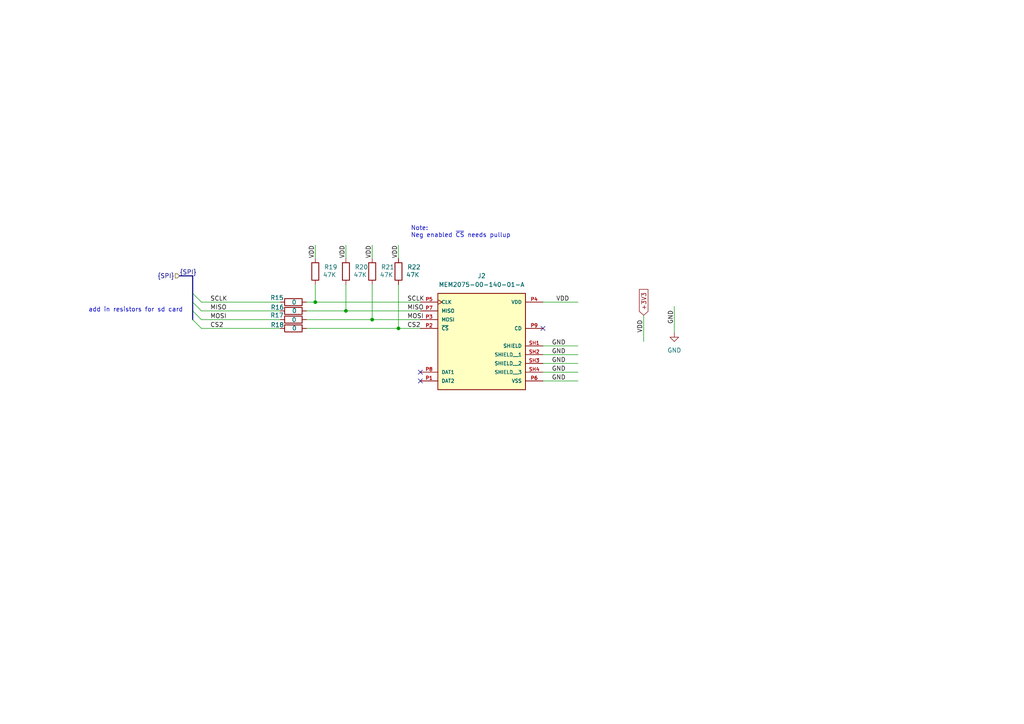
<source format=kicad_sch>
(kicad_sch (version 20231120) (generator "eeschema") (generator_version "8.0")
  (paper "A4")
  (lib_symbols
    (symbol "Device:R" (pin_numbers hide) (pin_names (offset 0))
      (property "Reference" "R" (at 2.032 0 90))
      (property "Value" "R" (at 0 0 90))
      (symbol "R_0_1"
        (rectangle (start -1.016 -2.54) (end 1.016 2.54) (stroke (width 0.254)))
      )
      (symbol "R_1_1"
        (pin passive line (at 0 3.81 270) (length 1.27) (name "~") (number "1"))
        (pin passive line (at 0 -3.81 90) (length 1.27) (name "~") (number "2"))
      )
    )
    (symbol "digi_clock_sym:MEM2075-00-140-01-A" (pin_names (offset 1.016))
      (property "Reference" "J" (at -12.7 10.795 0))
      (property "Value" "MEM2075-00-140-01-A" (at -12.7 -20.32 0))
      (symbol "MEM2075-00-140-01-A_0_0"
        (rectangle (start -12.7 -17.78) (end 12.7 10.16) (stroke (width 0.254)) (fill (type background)))
        (pin bidirectional line (at -17.78 -15.24 0) (length 5.08) (name "DAT2") (number "P1"))
        (pin power_in line (at 17.78 7.62 180) (length 5.08) (name "VDD") (number "P4"))
        (pin bidirectional clock (at -17.78 7.62 0) (length 5.08) (name "CLK") (number "P5"))
        (pin power_in line (at 17.78 -15.24 180) (length 5.08) (name "VSS") (number "P6"))
        (pin bidirectional line (at -17.78 -12.7 0) (length 5.08) (name "DAT1") (number "P8"))
        (pin passive line (at 17.78 0 180) (length 5.08) (name "CD") (number "P9"))
        (pin power_in line (at 17.78 -5.08 180) (length 5.08) (name "SHIELD") (number "SH1"))
        (pin power_in line (at 17.78 -7.62 180) (length 5.08) (name "SHIELD__1") (number "SH2"))
        (pin power_in line (at 17.78 -10.16 180) (length 5.08) (name "SHIELD__2") (number "SH3"))
        (pin power_in line (at 17.78 -12.7 180) (length 5.08) (name "SHIELD__3") (number "SH4"))
      )
      (symbol "MEM2075-00-140-01-A_1_0"
        (pin bidirectional line (at -17.78 0 0) (length 5.08) (name "~{CS}") (number "P2"))
        (pin bidirectional line (at -17.78 2.54 0) (length 5.08) (name "MOSI") (number "P3"))
        (pin bidirectional line (at -17.78 5.08 0) (length 5.08) (name "MISO") (number "P7"))
      )
    )
    (symbol "power:GND" (power) (pin_numbers hide) (pin_names (offset 0) hide)
      (property "Value" "GND" (at 0 -5.08 0))
      (symbol "GND_0_1"
        (polyline (pts (xy 0 0) (xy 0 -1.27) (xy 1.27 -1.27) (xy 0 -2.54) (xy -1.27 -1.27) (xy 0 -1.27)))
      )
      (symbol "GND_1_1"
        (pin power_in line (at 0 0 270) (length 0) (name "~") (number "1"))
      )
    )
  )
  (junction (at 100.33 90.17))
  (junction (at 107.95 92.71))
  (junction (at 91.44 87.63))
  (junction (at 115.57 95.25))
  (no_connect (at 121.92 110.49))
  (no_connect (at 121.92 107.95))
  (no_connect (at 157.48 95.25))
  (bus_entry (at 55.88 85.09) (size 2.54 2.54))
  (bus_entry (at 55.88 90.17) (size 2.54 2.54))
  (bus_entry (at 55.88 92.71) (size 2.54 2.54))
  (bus_entry (at 55.88 87.63) (size 2.54 2.54))
  (wire (pts (xy 88.9 90.17) (xy 100.33 90.17)))
  (wire (pts (xy 88.9 87.63) (xy 91.44 87.63)))
  (wire (pts (xy 100.33 71.12) (xy 100.33 74.93)))
  (wire (pts (xy 88.9 92.71) (xy 107.95 92.71)))
  (wire (pts (xy 91.44 87.63) (xy 121.92 87.63)))
  (bus (pts (xy 55.88 85.09) (xy 55.88 87.63)))
  (bus (pts (xy 55.88 80.01) (xy 55.88 85.09)))
  (wire (pts (xy 91.44 82.55) (xy 91.44 87.63)))
  (wire (pts (xy 195.58 88.9) (xy 195.58 96.52)))
  (wire (pts (xy 58.42 87.63) (xy 81.28 87.63)))
  (wire (pts (xy 100.33 82.55) (xy 100.33 90.17)))
  (wire (pts (xy 167.64 102.87) (xy 157.48 102.87)))
  (wire (pts (xy 167.64 110.49) (xy 157.48 110.49)))
  (bus (pts (xy 55.88 90.17) (xy 55.88 92.71)))
  (wire (pts (xy 115.57 82.55) (xy 115.57 95.25)))
  (wire (pts (xy 167.64 105.41) (xy 157.48 105.41)))
  (wire (pts (xy 58.42 90.17) (xy 81.28 90.17)))
  (wire (pts (xy 107.95 71.12) (xy 107.95 74.93)))
  (wire (pts (xy 186.69 91.44) (xy 186.69 99.06)))
  (wire (pts (xy 88.9 95.25) (xy 115.57 95.25)))
  (wire (pts (xy 58.42 92.71) (xy 81.28 92.71)))
  (bus (pts (xy 55.88 80.01) (xy 52.07 80.01)))
  (wire (pts (xy 115.57 71.12) (xy 115.57 74.93)))
  (wire (pts (xy 91.44 71.12) (xy 91.44 74.93)))
  (bus (pts (xy 55.88 87.63) (xy 55.88 90.17)))
  (wire (pts (xy 107.95 82.55) (xy 107.95 92.71)))
  (wire (pts (xy 115.57 95.25) (xy 121.92 95.25)))
  (wire (pts (xy 107.95 92.71) (xy 121.92 92.71)))
  (wire (pts (xy 167.64 107.95) (xy 157.48 107.95)))
  (wire (pts (xy 58.42 95.25) (xy 81.28 95.25)))
  (wire (pts (xy 167.64 100.33) (xy 157.48 100.33)))
  (wire (pts (xy 157.48 87.63) (xy 167.64 87.63)))
  (wire (pts (xy 100.33 90.17) (xy 121.92 90.17)))
  (text "add in resistors for sd card" (at 39.37 89.916 0) (effects (font (size 1.27 1.27))))
  (text "Note:\nNeg enabled ~{CS} needs pullup" (at 119.126 67.31 0) (effects (font (size 1.27 1.27)) (justify left)))
  (label "VDD" (at 107.95 74.93 90))
  (label "VDD" (at 161.29 87.63 0))
  (label "GND" (at 160.02 107.95 0))
  (label "MOSI" (at 60.96 92.71 0))
  (label "VDD" (at 100.33 74.93 90))
  (label "GND" (at 195.58 93.98 90))
  (label "GND" (at 160.02 110.49 0))
  (label "VDD" (at 186.69 96.52 90))
  (label "SCLK" (at 118.11 87.63 0))
  (label "GND" (at 160.02 102.87 0))
  (label "GND" (at 160.02 100.33 0))
  (label "MISO" (at 60.96 90.17 0))
  (label "MISO" (at 118.11 90.17 0))
  (label "{SPI}" (at 52.07 80.01 0))
  (label "SCLK" (at 60.96 87.63 0))
  (label "VDD" (at 91.44 74.93 90))
  (label "GND" (at 160.02 105.41 0))
  (label "MOSI" (at 118.11 92.71 0))
  (label "VDD" (at 115.57 74.93 90))
  (label "CS2" (at 118.11 95.25 0))
  (label "CS2" (at 60.96 95.25 0))
  (global_label "+3V3" (shape input) (at 186.69 91.44 90) (property "Intersheetrefs" "${INTERSHEET_REFS}" (effects (hide yes))))
  (hierarchical_label "{SPI}" (shape input) (at 52.07 80.01 180))
  (symbol (lib_id "Device:R") (at 85.09 95.25 90) (unit 1)
    (property "Reference" "R18" (at 78.486 94.234 90) (effects (justify right)))
    (property "Value" "0" (at 86.106 94.488 90) (effects (justify left bottom)))
    (property "Footprint" "Library:0603-NO" (effects (hide yes)))
    (property "Datasheet" "https://www.yageo.com/upload/media/product/products/datasheet/rchip/PYu-RC_Group_51_RoHS_L_12.pdf" (effects (hide yes)))
    (property "Description" "0 Ohms Jumper Chip Resistor 0603 (1608 Metric) Moisture Resistant Thick Film" (effects (hide yes)))
    (property "Mfr" "YAGEO" (effects (hide yes)))
    (property "Mfr P/N" "RC0603JR-070RL" (effects (hide yes)))
    (property "Supplier_1" "Digikey" (effects (hide yes)))
    (property "Supplier_1 P/N" "311-0.0GRTR-ND" (effects (hide yes)))
    (property "Supplier_1 Unit Price" "0.10" (effects (hide yes)))
    (property "Supplier_1 Price @ Qty" "0.10" (effects (hide yes)))
  )
  (symbol (lib_id "Device:R") (at 100.33 78.74 0) (unit 1)
    (property "Reference" "R20" (at 102.87 77.4699 0) (effects (justify left)))
    (property "Value" "47K" (at 106.426 78.994 0) (effects (justify right top)))
    (property "Footprint" "Library:0603-NO" (effects (hide yes)))
    (property "Datasheet" "https://www.bourns.com/docs/product-datasheets/cr.pdf?sfvrsn=574d41f6_14" (effects (hide yes)))
    (property "Description" "47 kOhms ±1% 0.1W, 1/10W Chip Resistor 0603 (1608 Metric) Moisture Resistant Thick Film" (effects (hide yes)))
    (property "Mfr" "Bourns Inc." (effects (hide yes)))
    (property "Mfr P/N" "CR0603-FX-4702ELF" (effects (hide yes)))
    (property "Supplier_1" "Digikey" (effects (hide yes)))
    (property "Supplier_1 P/N" "CR0603-FX-4702ELFTR-ND" (effects (hide yes)))
    (property "Supplier_1 Unit Price" "0.10" (effects (hide yes)))
    (property "Supplier_1 Price @ Qty" "0.0170" (effects (hide yes)))
  )
  (symbol (lib_id "digi_clock_sym:MEM2075-00-140-01-A") (at 139.7 95.25 0) (unit 1)
    (property "Reference" "J2" (at 139.7 80.01 0))
    (property "Value" "MEM2075-00-140-01-A" (at 139.7 82.55 0))
    (property "Footprint" "Library:GCT_MEM2075-00-140-01-A" (effects (hide yes)))
    (property "Datasheet" "https://gct.co/files/specs/mem2075-spec.pdf" (effects (hide yes)))
    (property "Description" "9 (8 + 1) Position Card Connector Secure Digital - microSD™ Surface Mount, Right Angle Gold" (effects (hide yes)))
    (property "PARTREV" "A" (effects (hide yes)))
    (property "STANDARD" "Manufacturer recommendations" (effects (hide yes)))
    (property "MANUFACTURER" "GCT" (effects (hide yes)))
    (property "Mft P/N" "MEM2075-00-140-01-A" (effects (hide yes)))
    (property "Supplier 1" "Digikey" (effects (hide yes)))
    (property "Supplier 1 P/N" "2073-MEM2075-00-140-01-ATR-ND" (effects (hide yes)))
    (property "Unit Price" "2.44000" (effects (hide yes)))
    (property "Price @ Qty" "2.44000" (effects (hide yes)))
  )
  (symbol (lib_id "Device:R") (at 85.09 87.63 90) (unit 1)
    (property "Reference" "R15" (at 82.296 86.36 90) (effects (justify left)))
    (property "Value" "0" (at 84.582 88.392 90) (effects (justify right top)))
    (property "Footprint" "Library:0603-NO" (effects (hide yes)))
    (property "Datasheet" "https://www.yageo.com/upload/media/product/products/datasheet/rchip/PYu-RC_Group_51_RoHS_L_12.pdf" (effects (hide yes)))
    (property "Description" "0 Ohms Jumper Chip Resistor 0603 (1608 Metric) Moisture Resistant Thick Film" (effects (hide yes)))
    (property "Mfr" "YAGEO" (effects (hide yes)))
    (property "Mfr P/N" "RC0603JR-070RL" (effects (hide yes)))
    (property "Supplier_1" "Digikey" (effects (hide yes)))
    (property "Supplier_1 P/N" "311-0.0GRTR-ND" (effects (hide yes)))
    (property "Supplier_1 Unit Price" "0.10" (effects (hide yes)))
    (property "Supplier_1 Price @ Qty" "0.10" (effects (hide yes)))
  )
  (symbol (lib_id "Device:R") (at 85.09 90.17 90) (unit 1)
    (property "Reference" "R16" (at 78.486 89.154 90) (effects (justify right)))
    (property "Value" "0" (at 86.106 89.408 90) (effects (justify left bottom)))
    (property "Footprint" "Library:0603-NO" (effects (hide yes)))
    (property "Datasheet" "https://www.yageo.com/upload/media/product/products/datasheet/rchip/PYu-RC_Group_51_RoHS_L_12.pdf" (effects (hide yes)))
    (property "Description" "0 Ohms Jumper Chip Resistor 0603 (1608 Metric) Moisture Resistant Thick Film" (effects (hide yes)))
    (property "Mfr" "YAGEO" (effects (hide yes)))
    (property "Mfr P/N" "RC0603JR-070RL" (effects (hide yes)))
    (property "Supplier_1" "Digikey" (effects (hide yes)))
    (property "Supplier_1 P/N" "311-0.0GRTR-ND" (effects (hide yes)))
    (property "Supplier_1 Unit Price" "0.10" (effects (hide yes)))
    (property "Supplier_1 Price @ Qty" "0.10" (effects (hide yes)))
  )
  (symbol (lib_id "Device:R") (at 85.09 92.71 90) (unit 1)
    (property "Reference" "R17" (at 82.296 91.44 90) (effects (justify left)))
    (property "Value" "0" (at 84.582 93.472 90) (effects (justify right top)))
    (property "Footprint" "Library:0603-NO" (effects (hide yes)))
    (property "Datasheet" "https://www.yageo.com/upload/media/product/products/datasheet/rchip/PYu-RC_Group_51_RoHS_L_12.pdf" (effects (hide yes)))
    (property "Description" "0 Ohms Jumper Chip Resistor 0603 (1608 Metric) Moisture Resistant Thick Film" (effects (hide yes)))
    (property "Mfr" "YAGEO" (effects (hide yes)))
    (property "Mfr P/N" "RC0603JR-070RL" (effects (hide yes)))
    (property "Supplier_1" "Digikey" (effects (hide yes)))
    (property "Supplier_1 P/N" "311-0.0GRTR-ND" (effects (hide yes)))
    (property "Supplier_1 Unit Price" "0.10" (effects (hide yes)))
    (property "Supplier_1 Price @ Qty" "0.10" (effects (hide yes)))
  )
  (symbol (lib_id "power:GND") (at 195.58 96.52 0) (unit 1)
    (property "Reference" "#PWR050" (effects (hide yes)))
    (property "Value" "GND" (at 195.58 101.6 0))
    (property "Description" "Power symbol creates a global label with name \"GND\" , ground" (effects (hide yes)))
  )
  (symbol (lib_id "Device:R") (at 91.44 78.74 0) (unit 1)
    (property "Reference" "R19" (at 93.98 77.4699 0) (effects (justify left)))
    (property "Value" "47K" (at 97.536 78.994 0) (effects (justify right top)))
    (property "Footprint" "Library:0603-NO" (effects (hide yes)))
    (property "Datasheet" "https://www.bourns.com/docs/product-datasheets/cr.pdf?sfvrsn=574d41f6_14" (effects (hide yes)))
    (property "Description" "47 kOhms ±1% 0.1W, 1/10W Chip Resistor 0603 (1608 Metric) Moisture Resistant Thick Film" (effects (hide yes)))
    (property "Mfr" "Bourns Inc." (effects (hide yes)))
    (property "Mfr P/N" "CR0603-FX-4702ELF" (effects (hide yes)))
    (property "Supplier_1" "Digikey" (effects (hide yes)))
    (property "Supplier_1 P/N" "CR0603-FX-4702ELFTR-ND" (effects (hide yes)))
    (property "Supplier_1 Unit Price" "0.10" (effects (hide yes)))
    (property "Supplier_1 Price @ Qty" "0.0170" (effects (hide yes)))
  )
  (symbol (lib_id "Device:R") (at 115.57 78.74 0) (unit 1)
    (property "Reference" "R22" (at 118.11 77.4699 0) (effects (justify left)))
    (property "Value" "47K" (at 121.666 78.994 0) (effects (justify right top)))
    (property "Footprint" "Library:0603-NO" (effects (hide yes)))
    (property "Datasheet" "https://www.bourns.com/docs/product-datasheets/cr.pdf?sfvrsn=574d41f6_14" (effects (hide yes)))
    (property "Description" "47 kOhms ±1% 0.1W, 1/10W Chip Resistor 0603 (1608 Metric) Moisture Resistant Thick Film" (effects (hide yes)))
    (property "Mfr" "Bourns Inc." (effects (hide yes)))
    (property "Mfr P/N" "CR0603-FX-4702ELF" (effects (hide yes)))
    (property "Supplier_1" "Digikey" (effects (hide yes)))
    (property "Supplier_1 P/N" "CR0603-FX-4702ELFTR-ND" (effects (hide yes)))
    (property "Supplier_1 Unit Price" "0.10" (effects (hide yes)))
    (property "Supplier_1 Price @ Qty" "0.0170" (effects (hide yes)))
  )
  (symbol (lib_id "Device:R") (at 107.95 78.74 0) (unit 1)
    (property "Reference" "R21" (at 110.49 77.4699 0) (effects (justify left)))
    (property "Value" "47K" (at 114.046 78.994 0) (effects (justify right top)))
    (property "Footprint" "Library:0603-NO" (effects (hide yes)))
    (property "Datasheet" "https://www.bourns.com/docs/product-datasheets/cr.pdf?sfvrsn=574d41f6_14" (effects (hide yes)))
    (property "Description" "47 kOhms ±1% 0.1W, 1/10W Chip Resistor 0603 (1608 Metric) Moisture Resistant Thick Film" (effects (hide yes)))
    (property "Mfr" "Bourns Inc." (effects (hide yes)))
    (property "Mfr P/N" "CR0603-FX-4702ELF" (effects (hide yes)))
    (property "Supplier_1" "Digikey" (effects (hide yes)))
    (property "Supplier_1 P/N" "CR0603-FX-4702ELFTR-ND" (effects (hide yes)))
    (property "Supplier_1 Unit Price" "0.10" (effects (hide yes)))
    (property "Supplier_1 Price @ Qty" "0.0170" (effects (hide yes)))
  )
)
</source>
